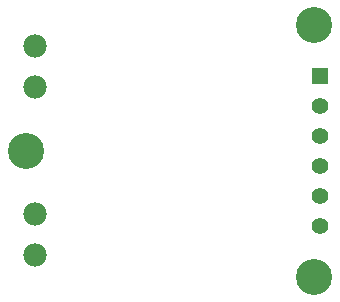
<source format=gbs>
%FSLAX46Y46*%
G04 Gerber Fmt 4.6, Leading zero omitted, Abs format (unit mm)*
G04 Created by KiCad (PCBNEW (2014-07-09 BZR 4988)-product) date Wed 13 Aug 2014 10:14:38 AM PDT*
%MOMM*%
G01*
G04 APERTURE LIST*
%ADD10C,0.050000*%
%ADD11R,1.397000X1.397000*%
%ADD12C,1.397000*%
%ADD13C,1.968500*%
%ADD14C,3.048000*%
G04 APERTURE END LIST*
D10*
D11*
X129540000Y-95250000D03*
D12*
X129540000Y-97790000D03*
X129540000Y-100330000D03*
X129540000Y-102870000D03*
X129540000Y-105410000D03*
X129540000Y-107950000D03*
D13*
X105410000Y-92738000D03*
X105410000Y-96238000D03*
X105410000Y-106962000D03*
X105410000Y-110462000D03*
D14*
X129032000Y-90932000D03*
X129032000Y-112268000D03*
X104648000Y-101600000D03*
M02*

</source>
